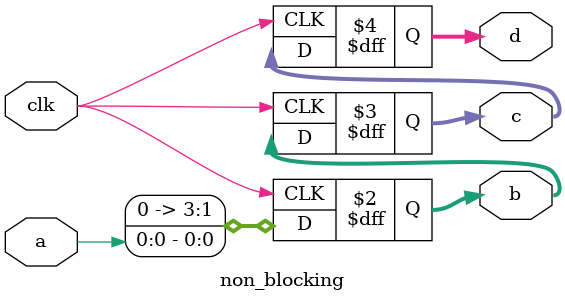
<source format=v>
module non_blocking(clk, a,b,c,d);
  input clk, a;
  output[3:0] b, c, d;
  reg[3:0] b, c, d;
  always @(posedge clk)
    begin
      b <= a;
      c <= b;
      d <= c;
    end

endmodule

</source>
